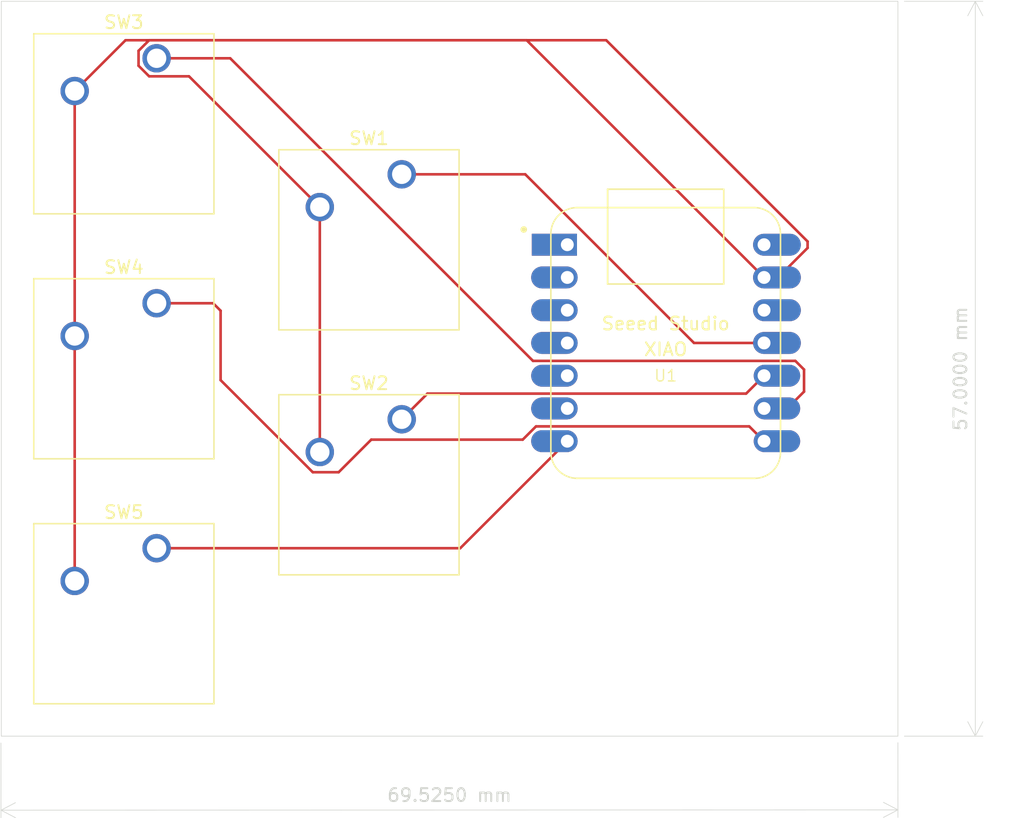
<source format=kicad_pcb>
(kicad_pcb (version 20240108) (generator "pcbnew") (generator_version "8.0")
  (layers (0 "F.Cu" signal) (31 "B.Cu" signal) (34 "B.Paste" user) (35 "F.Paste" user) (36 "B.SilkS" user "B.Silkscreen") (37 "F.SilkS" user "F.Silkscreen") (38 "B.Mask" user) (39 "F.Mask" user) (44 "Edge.Cuts" user))
  (net 0 "")
  (net 1 "GND")
  (net 2 "Net-(U1-PA6_A10_D10_MOSI)")
  (net 3 "Net-(U1-PA5_A9_D9_MISO)")
  (net 4 "Net-(U1-PA7_A8_D8_SCK)")
  (net 5 "Net-(U1-PB09_A7_D7_RX)")
  (net 6 "Net-(U1-PB08_A6_D6_TX)")
  (footprint "Button_Switch_Keyboard:SW_Cherry_MX_1.00u_PCB" (layer "F.Cu") (at 84.54 43.92)
    (property "Reference" "SW3" (at -2.54 -2.794 0) (layer "F.SilkS"))
    (property "Value" "SW_Push")
    (fp_line (start -9.525 -1.905) (end 4.445 -1.905) (stroke (width 0.12)) (layer "F.SilkS"))
    (fp_line (start -9.525 12.065) (end -9.525 -1.905) (stroke (width 0.12)) (layer "F.SilkS"))
    (fp_line (start 4.445 -1.905) (end 4.445 12.065) (stroke (width 0.12)) (layer "F.SilkS"))
    (fp_line (start 4.445 12.065) (end -9.525 12.065) (stroke (width 0.12)) (layer "F.SilkS"))
    (pad "" np_thru_hole circle (at -7.62 5.08) (size 1.7 1.7) (drill 1.7) (layers "*.Cu" "*.Mask"))
    (pad "" np_thru_hole circle (at -2.54 5.08) (size 4 4) (drill 4) (layers "*.Cu" "*.Mask"))
    (pad "" np_thru_hole circle (at 2.54 5.08) (size 1.7 1.7) (drill 1.7) (layers "*.Cu" "*.Mask"))
    (pad "1" thru_hole circle (at 0 0) (size 2.2 2.2) (drill 1.5) (layers "*.Cu" "*.Mask") (net 4 "Net-(U1-PA7_A8_D8_SCK)"))
    (pad "2" thru_hole circle (at -6.35 2.54) (size 2.2 2.2) (drill 1.5) (layers "*.Cu" "*.Mask") (net 1 "GND"))
  )
  (footprint "footprints:XIAO-Generic-Hybrid-14P-2.54-21X17.8MM" (layer "F.Cu") (at 124 66)
    (property "Reference" "U1" (at 0 2.54 0) (layer "F.SilkS") (effects (font (size 0.889 0.889) (thickness 0.1016))))
    (property "Value" "MOUDLE-SEEEDUINO-XIAO" (hide yes))
    (fp_line (start -8.9 -8.5) (end -8.9 8.5) (stroke (width 0.127)) (layer "F.SilkS"))
    (fp_line (start -6.9 10.5) (end 6.9 10.5) (stroke (width 0.127)) (layer "F.SilkS"))
    (fp_line (start -4.5 -11.92403) (end 4.5 -11.92403) (stroke (width 0.127)) (layer "F.SilkS"))
    (fp_line (start -4.5 -4.57073) (end -4.5 -11.92403) (stroke (width 0.127)) (layer "F.SilkS"))
    (fp_line (start 4.5 -11.92403) (end 4.5 -4.57073) (stroke (width 0.127)) (layer "F.SilkS"))
    (fp_line (start 4.5 -4.57073) (end -4.5 -4.57073) (stroke (width 0.127)) (layer "F.SilkS"))
    (fp_line (start 6.9 -10.49909) (end -6.9 -10.49909) (stroke (width 0.127)) (layer "F.SilkS"))
    (fp_line (start 8.9 8.5) (end 8.9 -8.5) (stroke (width 0.127)) (layer "F.SilkS"))
    (fp_arc (start -8.9 -8.5) (mid -8.301491 -9.901491) (end -6.9 -10.5) (stroke (width 0.12)) (layer "F.SilkS"))
    (fp_arc (start -6.9 10.5) (mid -8.301423 9.901423) (end -8.9 8.5) (stroke (width 0.12)) (layer "F.SilkS"))
    (fp_arc (start 6.9 -10.5) (mid 8.301494 -9.901494) (end 8.9 -8.5) (stroke (width 0.12)) (layer "F.SilkS"))
    (fp_arc (start 8.9 8.5) (mid 8.314214 9.914214) (end 6.9 10.5) (stroke (width 0.12)) (layer "F.SilkS"))
    (fp_circle (center -11 -8.8) (end -11 -9.054) (fill solid) (layer "F.SilkS"))
    (fp_poly (pts (xy -8.887715 -8.561705) (xy -8.884667 -8.610473) (xy -8.880603 -8.659494)) (stroke (width 0.0254)) (fill none) (layer "F.SilkS"))
    (fp_poly (pts (xy 8.889492 8.521574) (xy 8.887713 8.57085) (xy 8.884665 8.619618) (xy 8.880601 8.668639) (xy 8.875268 8.717407) (xy 8.868664 8.766175) (xy 8.861044 8.81469) (xy 8.852153 8.86295) (xy 8.842248 8.910955)) (stroke (width 0.0254)) (fill none) (layer "F.SilkS"))
    (fp_text user "Seeed Studio" (at 0 -1.5 0) (layer "F.SilkS"))
    (fp_text user "XIAO" (at 0 0.5 0) (layer "F.SilkS"))
    (pad "1" thru_hole rect (at -7.625 -7.62) (size 3.5 1.7) (drill 1 (offset -1 0)) (layers "*.Cu" "*.Mask"))
    (pad "2" thru_hole oval (at -7.625 -5.08) (size 3.6 1.7) (drill 1 (offset -1 0)) (layers "*.Cu" "*.Mask"))
    (pad "3" thru_hole oval (at -7.625 -2.54) (size 3.6 1.7) (drill 1 (offset -1 0)) (layers "*.Cu" "*.Mask"))
    (pad "4" thru_hole oval (at -7.625 0) (size 3.6 1.7) (drill 1 (offset -1 0)) (layers "*.Cu" "*.Mask"))
    (pad "5" thru_hole oval (at -7.625 2.54) (size 3.6 1.7) (drill 1 (offset -1 0)) (layers "*.Cu" "*.Mask"))
    (pad "6" thru_hole oval (at -7.625 5.08 180) (size 3.6 1.7) (drill 1 (offset 1 0)) (layers "*.Cu" "*.Mask"))
    (pad "7" thru_hole oval (at -7.625 7.62) (size 3.6 1.7) (drill 1 (offset -1 0)) (layers "*.Cu" "*.Mask") (net 6 "Net-(U1-PB08_A6_D6_TX)"))
    (pad "8" thru_hole oval (at 7.625 7.62) (size 3.6 1.7) (drill 1 (offset 1 0)) (layers "*.Cu" "*.Mask") (net 5 "Net-(U1-PB09_A7_D7_RX)"))
    (pad "9" thru_hole oval (at 7.625 5.08) (size 3.6 1.7) (drill 1 (offset 1 0)) (layers "*.Cu" "*.Mask") (net 4 "Net-(U1-PA7_A8_D8_SCK)"))
    (pad "10" thru_hole oval (at 7.625 2.54) (size 3.6 1.7) (drill 1 (offset 1 0)) (layers "*.Cu" "*.Mask") (net 3 "Net-(U1-PA5_A9_D9_MISO)"))
    (pad "11" thru_hole oval (at 7.625 0) (size 3.7 1.7) (drill 1 (offset 1 0)) (layers "*.Cu" "*.Mask") (net 2 "Net-(U1-PA6_A10_D10_MOSI)"))
    (pad "12" thru_hole oval (at 7.625 -2.54) (size 3.7 1.7) (drill 1 (offset 1 0)) (layers "*.Cu" "*.Mask"))
    (pad "13" thru_hole oval (at 7.625 -5.08) (size 3.7 1.7) (drill 1 (offset 1 0)) (layers "*.Cu" "*.Mask") (net 1 "GND"))
    (pad "14" thru_hole oval (at 7.625 -7.62) (size 3.7 1.7) (drill 1 (offset 1 0)) (layers "*.Cu" "*.Mask"))
  )
  (footprint "Button_Switch_Keyboard:SW_Cherry_MX_1.00u_PCB" (layer "F.Cu") (at 103.54 52.92)
    (property "Reference" "SW1" (at -2.54 -2.794 0) (layer "F.SilkS"))
    (property "Value" "SW_Push")
    (fp_line (start -9.525 -1.905) (end 4.445 -1.905) (stroke (width 0.12)) (layer "F.SilkS"))
    (fp_line (start -9.525 12.065) (end -9.525 -1.905) (stroke (width 0.12)) (layer "F.SilkS"))
    (fp_line (start 4.445 -1.905) (end 4.445 12.065) (stroke (width 0.12)) (layer "F.SilkS"))
    (fp_line (start 4.445 12.065) (end -9.525 12.065) (stroke (width 0.12)) (layer "F.SilkS"))
    (pad "" np_thru_hole circle (at -7.62 5.08) (size 1.7 1.7) (drill 1.7) (layers "*.Cu" "*.Mask"))
    (pad "" np_thru_hole circle (at -2.54 5.08) (size 4 4) (drill 4) (layers "*.Cu" "*.Mask"))
    (pad "" np_thru_hole circle (at 2.54 5.08) (size 1.7 1.7) (drill 1.7) (layers "*.Cu" "*.Mask"))
    (pad "1" thru_hole circle (at 0 0) (size 2.2 2.2) (drill 1.5) (layers "*.Cu" "*.Mask") (net 2 "Net-(U1-PA6_A10_D10_MOSI)"))
    (pad "2" thru_hole circle (at -6.35 2.54) (size 2.2 2.2) (drill 1.5) (layers "*.Cu" "*.Mask") (net 1 "GND"))
  )
  (footprint "Button_Switch_Keyboard:SW_Cherry_MX_1.00u_PCB" (layer "F.Cu") (at 84.54 81.92)
    (property "Reference" "SW5" (at -2.54 -2.794 0) (layer "F.SilkS"))
    (property "Value" "SW_Push")
    (fp_line (start -9.525 -1.905) (end 4.445 -1.905) (stroke (width 0.12)) (layer "F.SilkS"))
    (fp_line (start -9.525 12.065) (end -9.525 -1.905) (stroke (width 0.12)) (layer "F.SilkS"))
    (fp_line (start 4.445 -1.905) (end 4.445 12.065) (stroke (width 0.12)) (layer "F.SilkS"))
    (fp_line (start 4.445 12.065) (end -9.525 12.065) (stroke (width 0.12)) (layer "F.SilkS"))
    (pad "" np_thru_hole circle (at -7.62 5.08) (size 1.7 1.7) (drill 1.7) (layers "*.Cu" "*.Mask"))
    (pad "" np_thru_hole circle (at -2.54 5.08) (size 4 4) (drill 4) (layers "*.Cu" "*.Mask"))
    (pad "" np_thru_hole circle (at 2.54 5.08) (size 1.7 1.7) (drill 1.7) (layers "*.Cu" "*.Mask"))
    (pad "1" thru_hole circle (at 0 0) (size 2.2 2.2) (drill 1.5) (layers "*.Cu" "*.Mask") (net 6 "Net-(U1-PB08_A6_D6_TX)"))
    (pad "2" thru_hole circle (at -6.35 2.54) (size 2.2 2.2) (drill 1.5) (layers "*.Cu" "*.Mask") (net 1 "GND"))
  )
  (footprint "Button_Switch_Keyboard:SW_Cherry_MX_1.00u_PCB" (layer "F.Cu") (at 103.54 71.92)
    (property "Reference" "SW2" (at -2.54 -2.794 0) (layer "F.SilkS"))
    (property "Value" "SW_Push")
    (fp_line (start -9.525 -1.905) (end 4.445 -1.905) (stroke (width 0.12)) (layer "F.SilkS"))
    (fp_line (start -9.525 12.065) (end -9.525 -1.905) (stroke (width 0.12)) (layer "F.SilkS"))
    (fp_line (start 4.445 -1.905) (end 4.445 12.065) (stroke (width 0.12)) (layer "F.SilkS"))
    (fp_line (start 4.445 12.065) (end -9.525 12.065) (stroke (width 0.12)) (layer "F.SilkS"))
    (pad "" np_thru_hole circle (at -7.62 5.08) (size 1.7 1.7) (drill 1.7) (layers "*.Cu" "*.Mask"))
    (pad "" np_thru_hole circle (at -2.54 5.08) (size 4 4) (drill 4) (layers "*.Cu" "*.Mask"))
    (pad "" np_thru_hole circle (at 2.54 5.08) (size 1.7 1.7) (drill 1.7) (layers "*.Cu" "*.Mask"))
    (pad "1" thru_hole circle (at 0 0) (size 2.2 2.2) (drill 1.5) (layers "*.Cu" "*.Mask") (net 3 "Net-(U1-PA5_A9_D9_MISO)"))
    (pad "2" thru_hole circle (at -6.35 2.54) (size 2.2 2.2) (drill 1.5) (layers "*.Cu" "*.Mask") (net 1 "GND"))
  )
  (footprint "Button_Switch_Keyboard:SW_Cherry_MX_1.00u_PCB" (layer "F.Cu") (at 84.54 62.92)
    (property "Reference" "SW4" (at -2.54 -2.794 0) (layer "F.SilkS"))
    (property "Value" "SW_Push")
    (fp_line (start -9.525 -1.905) (end 4.445 -1.905) (stroke (width 0.12)) (layer "F.SilkS"))
    (fp_line (start -9.525 12.065) (end -9.525 -1.905) (stroke (width 0.12)) (layer "F.SilkS"))
    (fp_line (start 4.445 -1.905) (end 4.445 12.065) (stroke (width 0.12)) (layer "F.SilkS"))
    (fp_line (start 4.445 12.065) (end -9.525 12.065) (stroke (width 0.12)) (layer "F.SilkS"))
    (pad "" np_thru_hole circle (at -7.62 5.08) (size 1.7 1.7) (drill 1.7) (layers "*.Cu" "*.Mask"))
    (pad "" np_thru_hole circle (at -2.54 5.08) (size 4 4) (drill 4) (layers "*.Cu" "*.Mask"))
    (pad "" np_thru_hole circle (at 2.54 5.08) (size 1.7 1.7) (drill 1.7) (layers "*.Cu" "*.Mask"))
    (pad "1" thru_hole circle (at 0 0) (size 2.2 2.2) (drill 1.5) (layers "*.Cu" "*.Mask") (net 5 "Net-(U1-PB09_A7_D7_RX)"))
    (pad "2" thru_hole circle (at -6.35 2.54) (size 2.2 2.2) (drill 1.5) (layers "*.Cu" "*.Mask") (net 1 "GND"))
  )
  (gr_rect (start 72.5 39.5) (end 142 96.5) (stroke (width 0.05)) (fill none) (layer "Edge.Cuts"))
  (dimension (type aligned) (layer "Edge.Cuts") (pts (xy 142 39.5) (xy 142 96.5)) (height -6) (gr_text "57.0000 mm" (at 146.85 68 90) (layer "Edge.Cuts") (effects (font (size 1 1) (thickness 0.15)))) (format (prefix "") (suffix "") (units 3) (units_format 1) (precision 4)) (style (thickness 0.05) (arrow_length 1.27) (text_position_mode 0) (extension_height 0.58642) (extension_offset 0.5) keep_text_aligned))
  (dimension (type aligned) (layer "Edge.Cuts") (pts (xy 72.475 96.525) (xy 142 96.5)) (height 5.714939) (gr_text "69.5250 mm" (at 107.239141 101.077439 0.02060258074) (layer "Edge.Cuts") (effects (font (size 1 1) (thickness 0.15)))) (format (prefix "") (suffix "") (units 3) (units_format 1) (precision 4)) (style (thickness 0.05) (arrow_length 1.27) (text_position_mode 0) (extension_height 0.58642) (extension_offset 0.5) keep_text_aligned))
  (segment (start 78.19 84.46) (end 78.19 84.19) (width 0.2) (layer "F.Cu") (net 1))
  (segment (start 119.391346 42.52) (end 135 58.128654) (width 0.2) (layer "F.Cu") (net 1))
  (segment (start 135 58.128654) (end 135 58.631346) (width 0.2) (layer "F.Cu") (net 1))
  (segment (start 83.960101 45.32) (end 83.14 44.499899) (width 0.2) (layer "F.Cu") (net 1))
  (segment (start 83.960101 42.52) (end 113.225 42.52) (width 0.2) (layer "F.Cu") (net 1))
  (segment (start 83.14 44.499899) (end 83.14 43.340101) (width 0.2) (layer "F.Cu") (net 1))
  (segment (start 82.13 42.52) (end 119.391346 42.52) (width 0.2) (layer "F.Cu") (net 1))
  (segment (start 135 58.631346) (end 132.711346 60.92) (width 0.2) (layer "F.Cu") (net 1))
  (segment (start 97.19 74.46) (end 97.96 74.46) (width 0.2) (layer "F.Cu") (net 1))
  (segment (start 78.19 84.19) (end 78 84) (width 0.2) (layer "F.Cu") (net 1))
  (segment (start 97.19 74.46) (end 97.19 55.46) (width 0.2) (layer "F.Cu") (net 1))
  (segment (start 87.05 45.32) (end 83.960101 45.32) (width 0.2) (layer "F.Cu") (net 1))
  (segment (start 132.711346 60.92) (end 131.625 60.92) (width 0.2) (layer "F.Cu") (net 1))
  (segment (start 78.19 46.46) (end 82.13 42.52) (width 0.2) (layer "F.Cu") (net 1))
  (segment (start 97.19 55.46) (end 87.05 45.32) (width 0.2) (layer "F.Cu") (net 1))
  (segment (start 83.14 43.340101) (end 83.960101 42.52) (width 0.2) (layer "F.Cu") (net 1))
  (segment (start 78.19 65.46) (end 78.19 46.46) (width 0.2) (layer "F.Cu") (net 1))
  (segment (start 113.225 42.52) (end 131.625 60.92) (width 0.2) (layer "F.Cu") (net 1))
  (segment (start 78 84) (end 78.19 83.81) (width 0.2) (layer "F.Cu") (net 1))
  (segment (start 78.19 83.81) (end 78.19 65.46) (width 0.2) (layer "F.Cu") (net 1))
  (segment (start 97.96 74.46) (end 98 74.5) (width 0.2) (layer "F.Cu") (net 1))
  (segment (start 113.115 52.92) (end 126.195 66) (width 0.2) (layer "F.Cu") (net 2))
  (segment (start 126.195 66) (end 131.625 66) (width 0.2) (layer "F.Cu") (net 2))
  (segment (start 103.54 52.92) (end 113.115 52.92) (width 0.2) (layer "F.Cu") (net 2))
  (segment (start 105.53 69.93) (end 130.235 69.93) (width 0.2) (layer "F.Cu") (net 3))
  (segment (start 130.235 69.93) (end 131.625 68.54) (width 0.2) (layer "F.Cu") (net 3))
  (segment (start 103.54 71.92) (end 105.53 69.93) (width 0.2) (layer "F.Cu") (net 3))
  (segment (start 113.713402 67.39) (end 134.051346 67.39) (width 0.2) (layer "F.Cu") (net 4))
  (segment (start 84.54 43.92) (end 90.243402 43.92) (width 0.2) (layer "F.Cu") (net 4))
  (segment (start 133.42 71.08) (end 131.625 71.08) (width 0.2) (layer "F.Cu") (net 4))
  (segment (start 134.725 69.775) (end 133.42 71.08) (width 0.2) (layer "F.Cu") (net 4))
  (segment (start 90.243402 43.92) (end 113.713402 67.39) (width 0.2) (layer "F.Cu") (net 4))
  (segment (start 134.725 68.063654) (end 134.725 69.775) (width 0.2) (layer "F.Cu") (net 4))
  (segment (start 134.051346 67.39) (end 134.725 68.063654) (width 0.2) (layer "F.Cu") (net 4))
  (segment (start 101.176598 73.5) (end 112.918654 73.5) (width 0.2) (layer "F.Cu") (net 5))
  (segment (start 89.5 63.5) (end 89.5 68.882944) (width 0.2) (layer "F.Cu") (net 5))
  (segment (start 98.65 76.026598) (end 101.176598 73.5) (width 0.2) (layer "F.Cu") (net 5))
  (segment (start 113.948654 72.47) (end 130.475 72.47) (width 0.2) (layer "F.Cu") (net 5))
  (segment (start 89.5 68.882944) (end 96.643654 76.026598) (width 0.2) (layer "F.Cu") (net 5))
  (segment (start 130.475 72.47) (end 131.625 73.62) (width 0.2) (layer "F.Cu") (net 5))
  (segment (start 112.918654 73.5) (end 113.948654 72.47) (width 0.2) (layer "F.Cu") (net 5))
  (segment (start 84.54 62.92) (end 88.92 62.92) (width 0.2) (layer "F.Cu") (net 5))
  (segment (start 88.92 62.92) (end 89.5 63.5) (width 0.2) (layer "F.Cu") (net 5))
  (segment (start 96.643654 76.026598) (end 98.65 76.026598) (width 0.2) (layer "F.Cu") (net 5))
  (segment (start 108.075 81.92) (end 116.375 73.62) (width 0.2) (layer "F.Cu") (net 6))
  (segment (start 84.54 81.92) (end 108.075 81.92) (width 0.2) (layer "F.Cu") (net 6))
)
</source>
